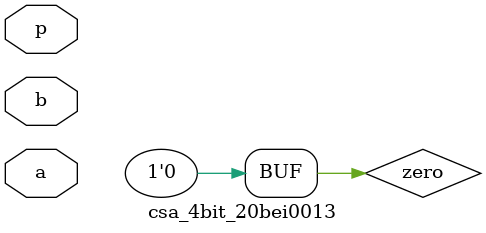
<source format=v>
module csa_4bit_20bei0013 (input [3:0] a,input [3:0] b,input [7:0] p);
  wire[17:1] w;
  supply0 zero;
  assign p[0]=(a[0]&b[0]);
  fa_df fa1((a[1]&b[0]),(a[0]&b[1]),zero,p[1],w[1]);
  fa_df fa2((a[2]&b[0]),(a[1]&b[1]),zero,w[2],w[3]);
  fa_df fa3((a[3]&b[0]),(a[2]&b[1]),zero,w[4],w[5]);
  fa_df fa4(w[2],(a[0]&b[2]),w[1],p[2],w[6]);
  fa_df fa5(w[4],(a[1]&b[2]),w[3],w[7],w[8]);
  fa_df fa6((a[3]&b[1]),(a[2]&b[2]),w[5],w[9],w[10]);
  fa_df fa7(w[7],(a[0]&b[3]),w[6],p[3],w[11]);
  fa_df fa8(w[9],(a[1]&b[3]),w[8],w[12],w[13]);
  fa_df fa9((a[3]&b[2]),(a[2]&b[3]),w[10],w[14],w[15]);
  fa_df fa10(w[11],w[12],zero,p[4],w[16]);
  fa_df fa11(w[13],w[14],w[16],p[5],w[17]);
  fa_df fa12(w[15],(a[3]&b[3]),w[17],p[6],p[7]);
endmodule

</source>
